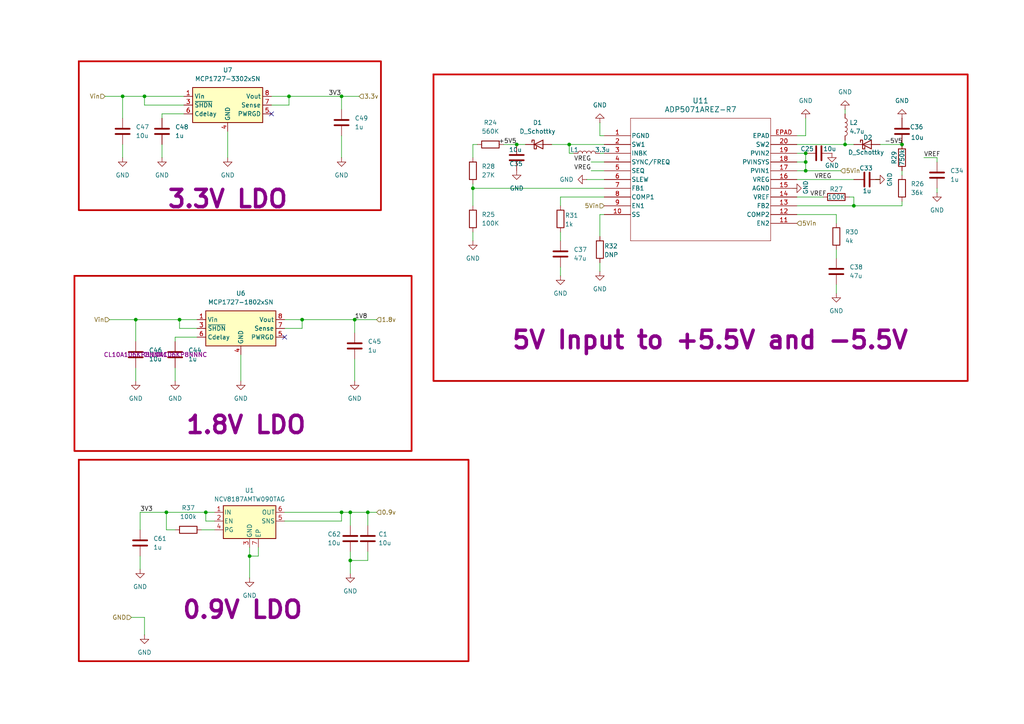
<source format=kicad_sch>
(kicad_sch (version 20250114) (generator "eeschema") (generator_version "9.0")
  (paper "A4")
  (title_block (title "Hi-Fidelity USB DAC Amplifier") (date "2025-11-19") (rev "1.0") (company "Personal Project - Kettering University") (comment 1 "Designed by Dan Abidov & Luke Stirzinger") (comment 2 "Based on XMOS Xu316 and ES9039Q2M"))
  (lib_symbols
    (symbol "ADP5071AREZ-R7:ADP5071AREZ-R7" (pin_names (offset 0.254))
      (property "Reference" "U" (at 27.94 10.16 0))
      (property "Value" "ADP5071AREZ-R7" (at 27.94 7.62 0))
      (symbol "ADP5071AREZ-R7_0_1"
        (polyline (pts (xy 7.62 5.08) (xy 7.62 -30.48)) (stroke (width 0.127)))
        (polyline (pts (xy 7.62 -30.48) (xy 48.26 -30.48)) (stroke (width 0.127)))
        (polyline (pts (xy 48.26 5.08) (xy 7.62 5.08)) (stroke (width 0.127)))
        (polyline (pts (xy 48.26 -30.48) (xy 48.26 5.08)) (stroke (width 0.127)))
        (pin power_out line (at 0 0 0) (length 7.62) (name "PGND") (number "1"))
        (pin bidirectional line (at 0 -2.54 0) (length 7.62) (name "SW1") (number "2"))
        (pin input line (at 0 -5.08 0) (length 7.62) (name "INBK") (number "3"))
        (pin unspecified line (at 0 -7.62 0) (length 7.62) (name "SYNC/FREQ") (number "4"))
        (pin unspecified line (at 0 -10.16 0) (length 7.62) (name "SEQ") (number "5"))
        (pin unspecified line (at 0 -12.7 0) (length 7.62) (name "SLEW") (number "6"))
        (pin bidirectional line (at 0 -15.24 0) (length 7.62) (name "FB1") (number "7"))
        (pin bidirectional line (at 0 -17.78 0) (length 7.62) (name "COMP1") (number "8"))
        (pin bidirectional line (at 0 -20.32 0) (length 7.62) (name "EN1") (number "9"))
        (pin unspecified line (at 0 -22.86 0) (length 7.62) (name "SS") (number "10"))
        (pin unspecified line (at 55.88 0 180) (length 7.62) (name "EPAD") (number "EPAD"))
        (pin bidirectional line (at 55.88 -2.54 180) (length 7.62) (name "SW2") (number "20"))
        (pin input line (at 55.88 -5.08 180) (length 7.62) (name "PVIN2") (number "19"))
        (pin unspecified line (at 55.88 -7.62 180) (length 7.62) (name "PVINSYS") (number "18"))
        (pin input line (at 55.88 -10.16 180) (length 7.62) (name "PVIN1") (number "17"))
        (pin unspecified line (at 55.88 -12.7 180) (length 7.62) (name "VREG") (number "16"))
        (pin power_out line (at 55.88 -15.24 180) (length 7.62) (name "AGND") (number "15"))
        (pin power_in line (at 55.88 -17.78 180) (length 7.62) (name "VREF") (number "14"))
        (pin bidirectional line (at 55.88 -20.32 180) (length 7.62) (name "FB2") (number "13"))
        (pin bidirectional line (at 55.88 -22.86 180) (length 7.62) (name "COMP2") (number "12"))
        (pin bidirectional line (at 55.88 -25.4 180) (length 7.62) (name "EN2") (number "11"))
      )
    )
    (symbol "Device:C" (pin_numbers (hide yes)) (pin_names (offset 0.254))
      (property "Reference" "C" (at 0.635 2.54 0))
      (property "Value" "C" (at 0.635 -2.54 0))
      (symbol "C_0_1"
        (polyline (pts (xy -2.032 0.762) (xy 2.032 0.762)) (stroke (width 0.508)))
        (polyline (pts (xy -2.032 -0.762) (xy 2.032 -0.762)) (stroke (width 0.508)))
      )
      (symbol "C_1_1"
        (pin passive line (at 0 3.81 270) (length 2.794) (name "~") (number "1"))
        (pin passive line (at 0 -3.81 90) (length 2.794) (name "~") (number "2"))
      )
    )
    (symbol "Device:D_Schottky" (pin_numbers (hide yes)) (pin_names (offset 1.016) (hide yes))
      (property "Reference" "D" (at 0 2.54 0))
      (property "Value" "D_Schottky" (at 0 -2.54 0))
      (symbol "D_Schottky_0_1"
        (polyline (pts (xy -1.905 0.635) (xy -1.905 1.27) (xy -1.27 1.27) (xy -1.27 -1.27) (xy -0.635 -1.27) (xy -0.635 -0.635)) (stroke (width 0.254)))
        (polyline (pts (xy 1.27 1.27) (xy 1.27 -1.27) (xy -1.27 0) (xy 1.27 1.27)) (stroke (width 0.254)))
        (polyline (pts (xy 1.27 0) (xy -1.27 0)))
      )
      (symbol "D_Schottky_1_1"
        (pin passive line (at -3.81 0 0) (length 2.54) (name "K") (number "1"))
        (pin passive line (at 3.81 0 180) (length 2.54) (name "A") (number "2"))
      )
    )
    (symbol "Device:L" (pin_numbers (hide yes)) (pin_names (offset 1.016) (hide yes))
      (property "Reference" "L" (at -1.27 0 90))
      (property "Value" "L" (at 1.905 0 90))
      (symbol "L_0_1"
        (arc (start 0 2.54) (mid 0.6323 1.905) (end 0 1.27))
        (arc (start 0 1.27) (mid 0.6323 0.635) (end 0 0))
        (arc (start 0 0) (mid 0.6323 -0.635) (end 0 -1.27))
        (arc (start 0 -1.27) (mid 0.6323 -1.905) (end 0 -2.54))
      )
      (symbol "L_1_1"
        (pin passive line (at 0 3.81 270) (length 1.27) (name "1") (number "1"))
        (pin passive line (at 0 -3.81 90) (length 1.27) (name "2") (number "2"))
      )
    )
    (symbol "Device:R" (pin_numbers (hide yes)) (pin_names (offset 0))
      (property "Reference" "R" (at 2.032 0 90))
      (property "Value" "R" (at 0 0 90))
      (symbol "R_0_1"
        (rectangle (start -1.016 -2.54) (end 1.016 2.54) (stroke (width 0.254)))
      )
      (symbol "R_1_1"
        (pin passive line (at 0 3.81 270) (length 1.27) (name "~") (number "1"))
        (pin passive line (at 0 -3.81 90) (length 1.27) (name "~") (number "2"))
      )
    )
    (symbol "R_5" (pin_numbers (hide yes)) (pin_names (offset 0) (hide yes))
      (property "Reference" "R" (at 2.032 0 90))
      (property "Value" "R" (at 0 0 90))
      (symbol "R_5_0_1"
        (rectangle (start -1.016 -2.54) (end 1.016 2.54) (stroke (width 0.254)))
      )
      (symbol "R_5_1_1"
        (pin passive line (at 0 3.81 270) (length 1.27) (name "~") (number "1"))
        (pin passive line (at 0 -3.81 90) (length 1.27) (name "~") (number "2"))
      )
    )
    (symbol "Regulator_Linear:LP38691SD-5.0" (pin_names (offset 0.254))
      (property "Reference" "U1" (at 0 8.89 0))
      (property "Value" "NCV8187AMTW090TAG" (at 0 6.35 0))
      (symbol "LP38691SD-5.0_0_1"
        (rectangle (start -7.62 4.445) (end 7.62 -5.08) (stroke (width 0.254)) (fill (type background)))
      )
      (symbol "LP38691SD-5.0_1_1"
        (pin power_in line (at -10.16 2.54 0) (length 2.54) (name "IN") (number "1"))
        (pin passive line (at -10.16 2.54 0) (length 2.54) (hide yes) (name "IN") (number "6"))
        (pin input line (at -10.16 0 0) (length 2.54) (name "EN") (number "2"))
        (pin input line (at -10.16 -2.54 0) (length 2.54) (name "PG") (number "4"))
        (pin no_connect line (at -7.62 0 0) (length 2.54) (hide yes) (name "NC") (number "3"))
        (pin power_in line (at 0 -7.62 90) (length 2.54) (name "GND") (number "3"))
        (pin passive line (at 2.54 -7.62 90) (length 2.54) (name "EP") (number "7"))
        (pin power_out line (at 10.16 2.54 180) (length 2.54) (name "OUT") (number "6"))
        (pin input line (at 10.16 0 180) (length 2.54) (name "SNS") (number "5"))
      )
    )
    (symbol "Regulator_Linear:MCP1727-1802xSN"
      (property "Reference" "U" (at -7.62 8.89 0))
      (property "Value" "MCP1727-1802xSN" (at 11.43 8.89 0))
      (symbol "MCP1727-1802xSN_0_0"
        (pin input line (at -12.7 -2.54 0) (length 2.54) (name "Cdelay") (number "6"))
        (pin power_out line (at 12.7 2.54 180) (length 2.54) (name "Vout") (number "8"))
        (pin input line (at 12.7 0 180) (length 2.54) (name "Sense") (number "7"))
        (pin open_collector line (at 12.7 -2.54 180) (length 2.54) (name "PWRGD") (number "5"))
      )
      (symbol "MCP1727-1802xSN_0_1"
        (rectangle (start -10.16 5.08) (end 10.16 -5.08) (stroke (width 0.254)) (fill (type background)))
      )
      (symbol "MCP1727-1802xSN_1_1"
        (pin power_in line (at -12.7 2.54 0) (length 2.54) (name "Vin") (number "1"))
        (pin passive line (at -12.7 2.54 0) (length 2.54) (hide yes) (name "Vin") (number "2"))
        (pin input line (at -12.7 0 0) (length 2.54) (name "~{SHDN}") (number "3"))
        (pin power_in line (at 0 -7.62 90) (length 2.54) (name "GND") (number "4"))
      )
    )
    (symbol "Regulator_Linear:MCP1727-3302xSN"
      (property "Reference" "U" (at -7.62 8.89 0))
      (property "Value" "MCP1727-3302xSN" (at 11.43 8.89 0))
      (symbol "MCP1727-3302xSN_0_0"
        (pin input line (at -12.7 -2.54 0) (length 2.54) (name "Cdelay") (number "6"))
        (pin power_out line (at 12.7 2.54 180) (length 2.54) (name "Vout") (number "8"))
        (pin input line (at 12.7 0 180) (length 2.54) (name "Sense") (number "7"))
        (pin open_collector line (at 12.7 -2.54 180) (length 2.54) (name "PWRGD") (number "5"))
      )
      (symbol "MCP1727-3302xSN_0_1"
        (rectangle (start -10.16 5.08) (end 10.16 -5.08) (stroke (width 0.254)) (fill (type background)))
      )
      (symbol "MCP1727-3302xSN_1_1"
        (pin power_in line (at -12.7 2.54 0) (length 2.54) (name "Vin") (number "1"))
        (pin passive line (at -12.7 2.54 0) (length 2.54) (hide yes) (name "Vin") (number "2"))
        (pin input line (at -12.7 0 0) (length 2.54) (name "~{SHDN}") (number "3"))
        (pin power_in line (at 0 -7.62 90) (length 2.54) (name "GND") (number "4"))
      )
    )
    (symbol "power:GND" (power) (pin_numbers (hide yes)) (pin_names (offset 0) (hide yes))
      (property "Value" "GND" (at 0 -3.81 0))
      (symbol "GND_0_1"
        (polyline (pts (xy 0 0) (xy 0 -1.27) (xy 1.27 -1.27) (xy 0 -2.54) (xy -1.27 -1.27) (xy 0 -1.27)))
      )
      (symbol "GND_1_1"
        (pin power_in line (at 0 0 270) (length 0) (name "~") (number "1"))
      )
    )
  )
  (rectangle (start 21.59 80.01) (end 119.38 130.81) (stroke (width 0.5) (color 194 0 0 1)))
  (rectangle (start 125.73 21.59) (end 280.67 110.49) (stroke (width 0.508) (color 194 0 0 1)))
  (rectangle (start 22.86 17.78) (end 110.49 60.96) (stroke (width 0.5) (color 194 0 0 1)))
  (rectangle (start 22.86 133.35) (end 135.89 191.77) (stroke (width 0.5) (color 194 0 0 1)))
  (text "5V Input to +5.5V and -5.5V\n" (at 205.994 98.806 0) (effects (font (size 5.08 5.08) (thickness 1.016) (bold yes))))
  (text "3.3V LDO" (at 66.04 57.912 0) (effects (font (size 5 5) (thickness 1) (bold yes))))
  (text "1.8V LDO" (at 71.374 123.444 0) (effects (font (size 5 5) (thickness 1) (bold yes))))
  (text "0.9V LDO" (at 70.358 177.038 0) (effects (font (size 5 5) (thickness 1) (bold yes))))
  (junction (at 101.6 148.59))
  (junction (at 149.86 41.91))
  (junction (at 233.68 44.45))
  (junction (at 83.82 27.94))
  (junction (at 48.26 148.59))
  (junction (at 87.63 92.71))
  (junction (at 39.37 92.71))
  (junction (at 247.65 59.69))
  (junction (at 59.69 148.59))
  (junction (at 35.56 27.94))
  (junction (at 102.87 92.71))
  (junction (at 72.39 161.29))
  (junction (at 41.91 27.94))
  (junction (at 101.6 162.56))
  (junction (at 233.68 46.99))
  (junction (at 106.68 148.59))
  (junction (at 245.11 41.91))
  (junction (at 52.07 92.71))
  (junction (at 99.06 27.94))
  (junction (at 165.1 41.91))
  (junction (at 99.06 148.59))
  (junction (at 137.16 54.61))
  (junction (at 261.62 41.91))
  (junction (at 233.68 49.53))
  (no_connect (at 82.55 97.79))
  (no_connect (at 78.74 33.02))
  (wire (pts (xy 50.8 153.67) (xy 48.26 153.67)))
  (wire (pts (xy 173.99 62.23) (xy 173.99 68.58)))
  (wire (pts (xy 247.65 59.69) (xy 261.62 59.69)))
  (wire (pts (xy 101.6 160.02) (xy 101.6 162.56)))
  (wire (pts (xy 233.68 49.53) (xy 233.68 46.99)))
  (wire (pts (xy 160.02 41.91) (xy 165.1 41.91)))
  (wire (pts (xy 83.82 30.48) (xy 83.82 27.94)))
  (wire (pts (xy 254 52.07) (xy 255.27 52.07)))
  (wire (pts (xy 87.63 95.25) (xy 87.63 92.71)))
  (wire (pts (xy 146.05 41.91) (xy 149.86 41.91)))
  (wire (pts (xy 74.93 158.75) (xy 74.93 161.29)))
  (wire (pts (xy 72.39 158.75) (xy 72.39 161.29)))
  (wire (pts (xy 39.37 99.06) (xy 39.37 92.71)))
  (wire (pts (xy 102.87 104.14) (xy 102.87 110.49)))
  (wire (pts (xy 52.07 95.25) (xy 52.07 92.71)))
  (wire (pts (xy 102.87 96.52) (xy 102.87 92.71)))
  (wire (pts (xy 72.39 161.29) (xy 72.39 167.64)))
  (wire (pts (xy 137.16 53.34) (xy 137.16 54.61)))
  (wire (pts (xy 53.34 30.48) (xy 41.91 30.48)))
  (wire (pts (xy 62.23 151.13) (xy 59.69 151.13)))
  (wire (pts (xy 41.91 27.94) (xy 35.56 27.94)))
  (wire (pts (xy 255.27 41.91) (xy 261.62 41.91)))
  (wire (pts (xy 106.68 160.02) (xy 106.68 162.56)))
  (wire (pts (xy 106.68 162.56) (xy 101.6 162.56)))
  (wire (pts (xy 78.74 30.48) (xy 83.82 30.48)))
  (wire (pts (xy 271.78 55.88) (xy 271.78 54.61)))
  (wire (pts (xy 82.55 151.13) (xy 99.06 151.13)))
  (wire (pts (xy 106.68 148.59) (xy 109.22 148.59)))
  (wire (pts (xy 246.38 57.15) (xy 247.65 57.15)))
  (wire (pts (xy 50.8 97.79) (xy 50.8 99.06)))
  (wire (pts (xy 149.86 41.91) (xy 152.4 41.91)))
  (wire (pts (xy 170.18 52.07) (xy 175.26 52.07)))
  (wire (pts (xy 40.64 153.67) (xy 40.64 148.59)))
  (wire (pts (xy 46.99 33.02) (xy 46.99 34.29)))
  (wire (pts (xy 101.6 152.4) (xy 101.6 148.59)))
  (wire (pts (xy 267.97 45.72) (xy 271.78 45.72)))
  (wire (pts (xy 53.34 33.02) (xy 46.99 33.02)))
  (wire (pts (xy 41.91 179.07) (xy 41.91 184.15)))
  (wire (pts (xy 162.56 57.15) (xy 162.56 59.69)))
  (wire (pts (xy 99.06 148.59) (xy 101.6 148.59)))
  (wire (pts (xy 58.42 153.67) (xy 62.23 153.67)))
  (wire (pts (xy 231.14 41.91) (xy 245.11 41.91)))
  (wire (pts (xy 46.99 41.91) (xy 46.99 45.72)))
  (wire (pts (xy 53.34 27.94) (xy 41.91 27.94)))
  (wire (pts (xy 59.69 151.13) (xy 59.69 148.59)))
  (wire (pts (xy 82.55 95.25) (xy 87.63 95.25)))
  (wire (pts (xy 231.14 59.69) (xy 247.65 59.69)))
  (wire (pts (xy 233.68 39.37) (xy 231.14 39.37)))
  (wire (pts (xy 109.22 92.71) (xy 102.87 92.71)))
  (wire (pts (xy 82.55 92.71) (xy 87.63 92.71)))
  (wire (pts (xy 137.16 67.31) (xy 137.16 69.85)))
  (wire (pts (xy 35.56 41.91) (xy 35.56 45.72)))
  (wire (pts (xy 231.14 44.45) (xy 233.68 44.45)))
  (wire (pts (xy 175.26 62.23) (xy 173.99 62.23)))
  (wire (pts (xy 57.15 97.79) (xy 50.8 97.79)))
  (wire (pts (xy 82.55 148.59) (xy 99.06 148.59)))
  (wire (pts (xy 165.1 44.45) (xy 165.1 41.91)))
  (wire (pts (xy 66.04 38.1) (xy 66.04 45.72)))
  (wire (pts (xy 137.16 41.91) (xy 138.43 41.91)))
  (wire (pts (xy 173.99 39.37) (xy 175.26 39.37)))
  (wire (pts (xy 137.16 41.91) (xy 137.16 45.72)))
  (wire (pts (xy 101.6 162.56) (xy 101.6 166.37)))
  (wire (pts (xy 171.45 49.53) (xy 175.26 49.53)))
  (wire (pts (xy 52.07 92.71) (xy 39.37 92.71)))
  (wire (pts (xy 39.37 106.68) (xy 39.37 110.49)))
  (wire (pts (xy 233.68 46.99) (xy 233.68 44.45)))
  (wire (pts (xy 99.06 27.94) (xy 104.14 27.94)))
  (wire (pts (xy 173.99 44.45) (xy 175.26 44.45)))
  (wire (pts (xy 48.26 148.59) (xy 40.64 148.59)))
  (wire (pts (xy 31.75 92.71) (xy 39.37 92.71)))
  (wire (pts (xy 233.68 49.53) (xy 243.84 49.53)))
  (wire (pts (xy 173.99 35.56) (xy 173.99 39.37)))
  (wire (pts (xy 231.14 62.23) (xy 242.57 62.23)))
  (wire (pts (xy 245.11 31.75) (xy 245.11 33.02)))
  (wire (pts (xy 50.8 106.68) (xy 50.8 110.49)))
  (wire (pts (xy 173.99 76.2) (xy 173.99 78.74)))
  (wire (pts (xy 137.16 54.61) (xy 137.16 59.69)))
  (wire (pts (xy 38.1 179.07) (xy 41.91 179.07)))
  (wire (pts (xy 30.48 27.94) (xy 35.56 27.94)))
  (wire (pts (xy 48.26 153.67) (xy 48.26 148.59)))
  (wire (pts (xy 231.14 49.53) (xy 233.68 49.53)))
  (wire (pts (xy 162.56 67.31) (xy 162.56 69.85)))
  (wire (pts (xy 69.85 102.87) (xy 69.85 110.49)))
  (wire (pts (xy 261.62 58.42) (xy 261.62 59.69)))
  (wire (pts (xy 78.74 27.94) (xy 83.82 27.94)))
  (wire (pts (xy 231.14 57.15) (xy 238.76 57.15)))
  (wire (pts (xy 171.45 46.99) (xy 175.26 46.99)))
  (wire (pts (xy 83.82 27.94) (xy 99.06 27.94)))
  (wire (pts (xy 229.87 54.61) (xy 231.14 54.61)))
  (wire (pts (xy 162.56 77.47) (xy 162.56 80.01)))
  (wire (pts (xy 245.11 40.64) (xy 245.11 41.91)))
  (wire (pts (xy 165.1 41.91) (xy 175.26 41.91)))
  (wire (pts (xy 233.68 34.29) (xy 233.68 39.37)))
  (wire (pts (xy 74.93 161.29) (xy 72.39 161.29)))
  (wire (pts (xy 137.16 54.61) (xy 175.26 54.61)))
  (wire (pts (xy 106.68 152.4) (xy 106.68 148.59)))
  (wire (pts (xy 59.69 148.59) (xy 48.26 148.59)))
  (wire (pts (xy 247.65 57.15) (xy 247.65 59.69)))
  (wire (pts (xy 41.91 30.48) (xy 41.91 27.94)))
  (wire (pts (xy 62.23 148.59) (xy 59.69 148.59)))
  (wire (pts (xy 175.26 57.15) (xy 162.56 57.15)))
  (wire (pts (xy 242.57 72.39) (xy 242.57 74.93)))
  (wire (pts (xy 261.62 49.53) (xy 261.62 50.8)))
  (wire (pts (xy 40.64 161.29) (xy 40.64 165.1)))
  (wire (pts (xy 57.15 92.71) (xy 52.07 92.71)))
  (wire (pts (xy 166.37 44.45) (xy 165.1 44.45)))
  (wire (pts (xy 242.57 62.23) (xy 242.57 64.77)))
  (wire (pts (xy 99.06 151.13) (xy 99.06 148.59)))
  (wire (pts (xy 35.56 34.29) (xy 35.56 27.94)))
  (wire (pts (xy 245.11 41.91) (xy 247.65 41.91)))
  (wire (pts (xy 271.78 46.99) (xy 271.78 45.72)))
  (wire (pts (xy 231.14 46.99) (xy 233.68 46.99)))
  (wire (pts (xy 231.14 52.07) (xy 247.65 52.07)))
  (wire (pts (xy 57.15 95.25) (xy 52.07 95.25)))
  (wire (pts (xy 99.06 31.75) (xy 99.06 27.94)))
  (wire (pts (xy 99.06 39.37) (xy 99.06 45.72)))
  (wire (pts (xy 87.63 92.71) (xy 102.87 92.71)))
  (wire (pts (xy 242.57 82.55) (xy 242.57 85.09)))
  (wire (pts (xy 101.6 148.59) (xy 106.68 148.59)))
  (label "+5V5" (at 149.86 41.91 180))
  (label "3V3" (at 40.64 148.59 0))
  (label "VREG" (at 236.22 52.07 0))
  (label "1V8" (at 102.87 92.71 0))
  (label "VREG" (at 171.45 46.99 180))
  (label "3V3" (at 95.25 27.94 0))
  (label "VREG" (at 171.45 49.53 180))
  (label "VREF" (at 267.97 45.72 0))
  (label "VREF" (at 234.95 57.15 0))
  (label "-5V5" (at 256.54 41.91 0))
  (hierarchical_label "GND" (shape input) (at 38.1 179.07 180))
  (hierarchical_label "Vin" (shape input) (at 31.75 92.71 180))
  (hierarchical_label "5Vin" (shape input) (at 231.14 64.77 0))
  (hierarchical_label "0.9v" (shape input) (at 109.22 148.59 0))
  (hierarchical_label "5Vin" (shape input) (at 175.26 59.69 180))
  (hierarchical_label "Vin" (shape input) (at 30.48 27.94 180))
  (hierarchical_label "5Vin" (shape input) (at 243.84 49.53 0))
  (hierarchical_label "1.8v" (shape input) (at 109.22 92.71 0))
  (hierarchical_label "3.3v" (shape input) (at 104.14 27.94 0))
  (symbol (lib_id "Device:C") (at 162.56 73.66 0) (unit 1)
    (property "Reference" "C37" (at 166.37 72.3899 0) (effects (justify left)))
    (property "Value" "47u" (at 166.37 74.9299 0) (effects (justify left)))
    (property "Footprint" "Capacitor_SMD:C_0603_1608Metric_Pad1.08x0.95mm_HandSolder" (effects (hide yes)))
    (property "Description" "Unpolarized capacitor" (effects (hide yes)))
    (property "CUI_PURCHASE_URL" "https://www.digikey.com/en/products/detail/murata-electronics/GRM188R60J476ME15D/5877410" (effects (hide yes)))
    (property "Mouser Part Number" "GRM188R60J476ME15D" (effects (hide yes)))
  )
  (symbol (lib_id "power:GND") (at 66.04 45.72 0) (unit 1)
    (property "Reference" "#PWR054" (effects (hide yes)))
    (property "Value" "GND" (at 66.04 50.8 0))
    (property "Description" "Power symbol creates a global label with name \"GND\" , ground" (effects (hide yes)))
  )
  (symbol (lib_id "Device:C") (at 237.49 44.45 270) (unit 1)
    (property "Reference" "C25" (at 232.156 43.18 90) (effects (justify left)))
    (property "Value" "10u" (at 238.76 43.18 90) (effects (justify left)))
    (property "Footprint" "Capacitor_SMD:C_0603_1608Metric_Pad1.08x0.95mm_HandSolder" (effects (hide yes)))
    (property "Description" "Unpolarized capacitor" (effects (hide yes)))
    (property "CUI_PURCHASE_URL" "https://www.digikey.com/en/products/detail/samsung-electro-mechanics/CL10A106KP8NNNC/3886850" (effects (hide yes)))
    (property "Mouser Part Number" "CL10A106KP8NNNC" (effects (hide yes)))
  )
  (symbol (lib_id "power:GND") (at 170.18 52.07 270) (unit 1)
    (property "Reference" "#PWR046" (effects (hide yes)))
    (property "Value" "GND" (at 166.37 52.0699 90) (effects (justify right)))
    (property "Description" "Power symbol creates a global label with name \"GND\" , ground" (effects (hide yes)))
  )
  (symbol (lib_id "Device:R") (at 162.56 63.5 0) (unit 1)
    (property "Reference" "R31" (at 163.83 62.484 0) (effects (justify left)))
    (property "Value" "1k" (at 163.83 65.024 0) (effects (justify left)))
    (property "Footprint" "Resistor_SMD:R_0805_2012Metric_Pad1.20x1.40mm_HandSolder" (effects (hide yes)))
    (property "Description" "Resistor" (effects (hide yes)))
    (property "CUI_PURCHASE_URL" "(In Stock)" (effects (hide yes)))
  )
  (symbol (lib_id "Device:R") (at 242.57 57.15 90) (unit 1)
    (property "Reference" "R27" (at 242.57 54.864 90))
    (property "Value" "100K" (at 242.57 57.15 90))
    (property "Footprint" "Resistor_SMD:R_0805_2012Metric_Pad1.20x1.40mm_HandSolder" (effects (hide yes)))
    (property "Description" "Resistor" (effects (hide yes)))
    (property "CUI_PURCHASE_URL" "(In Stock)" (effects (hide yes)))
  )
  (symbol (lib_id "power:GND") (at 41.91 184.15 0) (unit 1)
    (property "Reference" "#PWR079" (effects (hide yes)))
    (property "Value" "GND" (at 41.91 189.23 0))
    (property "Description" "Power symbol creates a global label with name \"GND\" , ground" (effects (hide yes)))
  )
  (symbol (lib_id "Device:C") (at 46.99 38.1 0) (unit 1)
    (property "Reference" "C48" (at 50.8 36.8299 0) (effects (justify left)))
    (property "Value" "1u" (at 50.8 39.3699 0) (effects (justify left)))
    (property "Footprint" "Capacitor_SMD:C_0603_1608Metric" (effects (hide yes)))
    (property "Description" "Unpolarized capacitor" (effects (hide yes)))
    (property "CUI_PURCHASE_URL" "https://www.digikey.com/en/products/detail/samsung-electro-mechanics/CL10A106KP8NNNC/3886850" (effects (hide yes)))
    (property "Mouser Part Number" "CL10A106KP8NNNC" (effects (hide yes)))
  )
  (symbol (lib_id "power:GND") (at 99.06 45.72 0) (unit 1)
    (property "Reference" "#PWR055" (effects (hide yes)))
    (property "Value" "GND" (at 99.06 50.8 0))
    (property "Description" "Power symbol creates a global label with name \"GND\" , ground" (effects (hide yes)))
  )
  (symbol (lib_id "power:GND") (at 46.99 45.72 0) (unit 1)
    (property "Reference" "#PWR053" (effects (hide yes)))
    (property "Value" "GND" (at 46.99 50.8 0))
    (property "Description" "Power symbol creates a global label with name \"GND\" , ground" (effects (hide yes)))
  )
  (symbol (lib_id "ADP5071AREZ-R7:ADP5071AREZ-R7") (at 175.26 39.37 0) (unit 1)
    (property "Reference" "U11" (at 203.2 29.21 0) (effects (font (size 1.524 1.524))))
    (property "Value" "ADP5071AREZ-R7" (at 203.2 31.75 0) (effects (font (size 1.524 1.524))))
    (property "Footprint" "ADP5071:RE-20-1_ADI" (effects (hide yes)))
    (property "Datasheet" "https://www.analog.com/media/en/technical-documentation/data-sheets/ADP5071.pdf" (effects (hide yes)))
    (property "CUI_PURCHASE_URL" "(In Stock)" (effects (hide yes)))
  )
  (symbol (lib_id "Device:C") (at 149.86 45.72 180) (unit 1)
    (property "Reference" "C35" (at 151.638 47.498 0) (effects (justify left)))
    (property "Value" "10u" (at 151.384 43.434 0) (effects (justify left)))
    (property "Footprint" "Capacitor_SMD:C_0603_1608Metric_Pad1.08x0.95mm_HandSolder" (effects (hide yes)))
    (property "Description" "Unpolarized capacitor" (effects (hide yes)))
    (property "CUI_PURCHASE_URL" "https://www.digikey.com/en/products/detail/samsung-electro-mechanics/CL10A106KP8NNNC/3886850" (effects (hide yes)))
    (property "Mouser Part Number" "CL10A106KP8NNNC" (effects (hide yes)))
  )
  (symbol (lib_id "Regulator_Linear:MCP1727-3302xSN") (at 66.04 30.48 0) (unit 1)
    (property "Reference" "U7" (at 66.04 20.32 0))
    (property "Value" "MCP1727-3302xSN" (at 66.04 22.86 0))
    (property "Footprint" "Package_SO:SOIC-8_3.9x4.9mm_P1.27mm" (effects (hide yes)))
    (property "Datasheet" "https://ww1.microchip.com/downloads/aemtest/APID/ProductDocuments/DataSheets/MCP1727-1.5A-Low-Voltage-Low-Quiescent-Current-LDO-Regulator-20001999D.pdf" (effects (hide yes)))
    (property "Description" "1.5A, Low Voltage, Low Quiescent Current LDO Regulator, 2.3 - 6V Input, Fixed 3.3V Output, 330mV Dropout, SOIC-8" (effects (hide yes)))
  )
  (symbol (lib_id "Device:C") (at 251.46 52.07 90) (unit 1)
    (property "Reference" "C33" (at 251.206 48.768 90))
    (property "Value" "1u" (at 251.46 55.372 90))
    (property "Footprint" "Capacitor_SMD:C_0603_1608Metric_Pad1.08x0.95mm_HandSolder" (effects (hide yes)))
    (property "Description" "Unpolarized capacitor" (effects (hide yes)))
    (property "CUI_PURCHASE_URL" "https://www.digikey.com/en/products/detail/samsung-electro-mechanics/CL10A106KP8NNNC/3886850" (effects (hide yes)))
    (property "Mouser Part Number" "CL10A106KP8NNNC" (effects (hide yes)))
  )
  (symbol (lib_id "Device:C") (at 242.57 78.74 0) (unit 1)
    (property "Reference" "C38" (at 246.38 77.4699 0) (effects (justify left)))
    (property "Value" "47u" (at 246.38 80.0099 0) (effects (justify left)))
    (property "Footprint" "Capacitor_SMD:C_0603_1608Metric_Pad1.08x0.95mm_HandSolder" (effects (hide yes)))
    (property "Description" "Unpolarized capacitor" (effects (hide yes)))
    (property "CUI_PURCHASE_URL" "https://www.digikey.com/en/products/detail/murata-electronics/GRM188R60J476ME15D/5877410" (effects (hide yes)))
    (property "Mouser Part Number" "GRM188R60J476ME15D" (effects (hide yes)))
  )
  (symbol (lib_id "power:GND") (at 72.39 167.64 0) (unit 1)
    (property "Reference" "#PWR078" (effects (hide yes)))
    (property "Value" "GND" (at 72.39 172.72 0))
    (property "Description" "Power symbol creates a global label with name \"GND\" , ground" (effects (hide yes)))
  )
  (symbol (lib_id "Device:C") (at 106.68 156.21 0) (unit 1)
    (property "Reference" "C1" (at 109.728 154.94 0) (effects (justify left)))
    (property "Value" "10u" (at 109.728 157.48 0) (effects (justify left)))
    (property "Footprint" "Capacitor_SMD:C_0603_1608Metric" (effects (hide yes)))
    (property "Description" "Unpolarized capacitor" (effects (hide yes)))
    (property "CUI_PURCHASE_URL" "https://www.digikey.com/en/products/detail/samsung-electro-mechanics/CL10A106KP8NNNC/3886850" (effects (hide yes)))
    (property "Mouser Part Number" "CL10A106KP8NNNC" (effects (hide yes)))
  )
  (symbol (lib_id "Device:L") (at 170.18 44.45 90) (unit 1)
    (property "Reference" "L1" (at 166.624 43.434 90))
    (property "Value" "3.3u" (at 174.752 43.434 90))
    (property "Footprint" "Inductor_SMD:L_0805_2012Metric" (effects (hide yes)))
    (property "Description" "Inductor" (effects (hide yes)))
    (property "CUI_PURCHASE_URL" "https://www.digikey.com/en/products/detail/tdk-corporation/MLZ2012N3R3LT000/2523497" (effects (hide yes)))
    (property "Mouser Part Number" "MLZ2012N3R3LT000" (effects (hide yes)))
  )
  (symbol (lib_id "power:GND") (at 69.85 110.49 0) (unit 1)
    (property "Reference" "#PWR048" (effects (hide yes)))
    (property "Value" "GND" (at 69.85 115.57 0))
    (property "Description" "Power symbol creates a global label with name \"GND\" , ground" (effects (hide yes)))
  )
  (symbol (lib_id "Device:C") (at 271.78 50.8 0) (unit 1)
    (property "Reference" "C34" (at 275.59 49.5299 0) (effects (justify left)))
    (property "Value" "1u" (at 275.59 52.0699 0) (effects (justify left)))
    (property "Footprint" "Capacitor_SMD:C_0603_1608Metric_Pad1.08x0.95mm_HandSolder" (effects (hide yes)))
    (property "Description" "Unpolarized capacitor" (effects (hide yes)))
    (property "CUI_PURCHASE_URL" "https://www.digikey.com/en/products/detail/samsung-electro-mechanics/CL10A106KP8NNNC/3886850" (effects (hide yes)))
    (property "Mouser Part Number" "CL10A106KP8NNNC" (effects (hide yes)))
  )
  (symbol (lib_id "power:GND") (at 254 52.07 90) (unit 1)
    (property "Reference" "#PWR039" (effects (hide yes)))
    (property "Value" "GND" (at 258.064 52.07 0))
    (property "Description" "Power symbol creates a global label with name \"GND\" , ground" (effects (hide yes)))
  )
  (symbol (lib_id "power:GND") (at 39.37 110.49 0) (unit 1)
    (property "Reference" "#PWR051" (effects (hide yes)))
    (property "Value" "GND" (at 39.37 115.57 0))
    (property "Description" "Power symbol creates a global label with name \"GND\" , ground" (effects (hide yes)))
  )
  (symbol (lib_id "Device:R") (at 137.16 63.5 0) (unit 1)
    (property "Reference" "R25" (at 139.7 62.2299 0) (effects (justify left)))
    (property "Value" "100K" (at 139.7 64.7699 0) (effects (justify left)))
    (property "Footprint" "Resistor_SMD:R_0805_2012Metric_Pad1.20x1.40mm_HandSolder" (effects (hide yes)))
    (property "Description" "Resistor" (effects (hide yes)))
    (property "CUI_PURCHASE_URL" "(In Stock)" (effects (hide yes)))
  )
  (symbol (lib_id "Device:C") (at 99.06 35.56 0) (unit 1)
    (property "Reference" "C49" (at 102.87 34.2899 0) (effects (justify left)))
    (property "Value" "1u" (at 102.87 36.8299 0) (effects (justify left)))
    (property "Footprint" "Capacitor_SMD:C_0603_1608Metric" (effects (hide yes)))
    (property "Description" "Unpolarized capacitor" (effects (hide yes)))
    (property "CUI_PURCHASE_URL" "https://www.digikey.com/en/products/detail/samsung-electro-mechanics/CL10A106KP8NNNC/3886850" (effects (hide yes)))
    (property "Mouser Part Number" "CL10A106KP8NNNC" (effects (hide yes)))
  )
  (symbol (lib_id "power:GND") (at 102.87 110.49 0) (unit 1)
    (property "Reference" "#PWR049" (effects (hide yes)))
    (property "Value" "GND" (at 102.87 115.57 0))
    (property "Description" "Power symbol creates a global label with name \"GND\" , ground" (effects (hide yes)))
  )
  (symbol (lib_id "power:GND") (at 261.62 34.29 180) (unit 1)
    (property "Reference" "#PWR043" (effects (hide yes)))
    (property "Value" "GND" (at 261.62 29.21 0))
    (property "Description" "Power symbol creates a global label with name \"GND\" , ground" (effects (hide yes)))
  )
  (symbol (lib_id "power:GND") (at 173.99 35.56 180) (unit 1)
    (property "Reference" "#PWR036" (effects (hide yes)))
    (property "Value" "GND" (at 173.99 30.48 0))
    (property "Description" "Power symbol creates a global label with name \"GND\" , ground" (effects (hide yes)))
  )
  (symbol (lib_id "Device:C") (at 261.62 38.1 0) (unit 1)
    (property "Reference" "C36" (at 263.906 36.83 0) (effects (justify left)))
    (property "Value" "10u" (at 264.16 39.878 0) (effects (justify left)))
    (property "Footprint" "Capacitor_SMD:C_0603_1608Metric_Pad1.08x0.95mm_HandSolder" (effects (hide yes)))
    (property "Description" "Unpolarized capacitor" (effects (hide yes)))
    (property "CUI_PURCHASE_URL" "https://www.digikey.com/en/products/detail/samsung-electro-mechanics/CL10A106KP8NNNC/3886850" (effects (hide yes)))
    (property "Mouser Part Number" "CL10A106KP8NNNC" (effects (hide yes)))
  )
  (symbol (lib_id "power:GND") (at 229.87 54.61 90) (unit 1)
    (property "Reference" "#PWR041" (effects (hide yes)))
    (property "Value" "GND" (at 233.68 54.356 0))
    (property "Description" "Power symbol creates a global label with name \"GND\" , ground" (effects (hide yes)))
  )
  (symbol (lib_id "power:GND") (at 162.56 80.01 0) (unit 1)
    (property "Reference" "#PWR044" (effects (hide yes)))
    (property "Value" "GND" (at 162.56 85.09 0))
    (property "Description" "Power symbol creates a global label with name \"GND\" , ground" (effects (hide yes)))
  )
  (symbol (lib_id "power:GND") (at 137.16 69.85 0) (unit 1)
    (property "Reference" "#PWR035" (effects (hide yes)))
    (property "Value" "GND" (at 137.16 74.93 0))
    (property "Description" "Power symbol creates a global label with name \"GND\" , ground" (effects (hide yes)))
  )
  (symbol (lib_id "Device:R") (at 261.62 45.72 0) (unit 1)
    (property "Reference" "R29" (at 259.334 45.72 90))
    (property "Value" "750k" (at 261.62 45.72 90))
    (property "Footprint" "Resistor_SMD:R_0805_2012Metric_Pad1.20x1.40mm_HandSolder" (effects (hide yes)))
    (property "Description" "Resistor" (effects (hide yes)))
    (property "CUI_PURCHASE_URL" "https://www.digikey.com/en/products/detail/yageo/RC0805FR-07750KL/728135" (effects (hide yes)))
    (property "Mouser Part Number" "RC0805FR-07750KL" (effects (hide yes)))
  )
  (symbol (lib_id "power:GND") (at 242.57 85.09 0) (unit 1)
    (property "Reference" "#PWR045" (effects (hide yes)))
    (property "Value" "GND" (at 242.57 90.17 0))
    (property "Description" "Power symbol creates a global label with name \"GND\" , ground" (effects (hide yes)))
  )
  (symbol (lib_id "power:GND") (at 271.78 55.88 0) (unit 1)
    (property "Reference" "#PWR038" (effects (hide yes)))
    (property "Value" "GND" (at 271.78 60.96 0))
    (property "Description" "Power symbol creates a global label with name \"GND\" , ground" (effects (hide yes)))
  )
  (symbol (lib_id "power:GND") (at 149.86 49.53 0) (unit 1)
    (property "Reference" "#PWR042" (effects (hide yes)))
    (property "Value" "GND" (at 149.86 54.61 0))
    (property "Description" "Power symbol creates a global label with name \"GND\" , ground" (effects (hide yes)))
  )
  (symbol (lib_id "power:GND") (at 233.68 34.29 180) (unit 1)
    (property "Reference" "#PWR037" (effects (hide yes)))
    (property "Value" "GND" (at 233.68 29.21 0))
    (property "Description" "Power symbol creates a global label with name \"GND\" , ground" (effects (hide yes)))
  )
  (symbol (lib_id "power:GND") (at 101.6 166.37 0) (unit 1)
    (property "Reference" "#PWR077" (effects (hide yes)))
    (property "Value" "GND" (at 101.6 171.45 0))
    (property "Description" "Power symbol creates a global label with name \"GND\" , ground" (effects (hide yes)))
  )
  (symbol (lib_id "Device:R") (at 242.57 68.58 0) (unit 1)
    (property "Reference" "R30" (at 245.11 67.3099 0) (effects (justify left)))
    (property "Value" "4k" (at 245.11 69.8499 0) (effects (justify left)))
    (property "Footprint" "Resistor_SMD:R_0805_2012Metric_Pad1.20x1.40mm_HandSolder" (effects (hide yes)))
    (property "Description" "Resistor" (effects (hide yes)))
    (property "CUI_PURCHASE_URL" "https://www.digikey.com/en/products/detail/yageo/RC0805FR-074K02L/727907" (effects (hide yes)))
    (property "Mouser Part Number" "RC0805FR-074K02L" (effects (hide yes)))
  )
  (symbol (lib_id "Device:C") (at 35.56 38.1 0) (unit 1)
    (property "Reference" "C47" (at 39.37 36.8299 0) (effects (justify left)))
    (property "Value" "10u" (at 39.37 39.3699 0) (effects (justify left)))
    (property "Footprint" "Capacitor_SMD:C_0603_1608Metric" (effects (hide yes)))
    (property "Description" "Unpolarized capacitor" (effects (hide yes)))
    (property "CUI_PURCHASE_URL" "https://www.digikey.com/en/products/detail/samsung-electro-mechanics/CL10A106KP8NNNC/3886850" (effects (hide yes)))
    (property "Mouser Part Number" "CL10A106KP8NNNC" (effects (hide yes)))
  )
  (symbol (lib_id "Device:D_Schottky") (at 156.21 41.91 0) (unit 1)
    (property "Reference" "D1" (at 155.8925 35.56 0))
    (property "Value" "D_Schottky" (at 155.8925 38.1 0))
    (property "Footprint" "Capacitor_SMD:C_0603_1608Metric_Pad1.08x0.95mm_HandSolder" (effects (hide yes)))
    (property "Description" "Schottky diode" (effects (hide yes)))
  )
  (symbol (lib_id "Device:R") (at 137.16 49.53 0) (unit 1)
    (property "Reference" "R28" (at 139.7 48.2599 0) (effects (justify left)))
    (property "Value" "27K" (at 139.7 50.7999 0) (effects (justify left)))
    (property "Footprint" "Resistor_SMD:R_0805_2012Metric_Pad1.20x1.40mm_HandSolder" (effects (hide yes)))
    (property "Description" "Resistor" (effects (hide yes)))
    (property "CUI_PURCHASE_URL" "https://www.digikey.com/en/products/detail/yageo/RC0805FR-0727KL/727780" (effects (hide yes)))
    (property "Mouser Part Number" "RC0805FR-0727KL" (effects (hide yes)))
  )
  (symbol (lib_id "power:GND") (at 241.3 44.45 0) (unit 1)
    (property "Reference" "#PWR031" (effects (hide yes)))
    (property "Value" "GND" (at 241.3 48.006 0))
    (property "Description" "Power symbol creates a global label with name \"GND\" , ground" (effects (hide yes)))
  )
  (symbol (lib_id "Device:C") (at 102.87 100.33 0) (unit 1)
    (property "Reference" "C45" (at 106.68 99.0599 0) (effects (justify left)))
    (property "Value" "1u" (at 106.68 101.5999 0) (effects (justify left)))
    (property "Footprint" "Capacitor_SMD:C_0603_1608Metric" (effects (hide yes)))
    (property "Description" "Unpolarized capacitor" (effects (hide yes)))
    (property "CUI_PURCHASE_URL" "https://www.digikey.com/en/products/detail/samsung-electro-mechanics/CL10A106KP8NNNC/3886850" (effects (hide yes)))
    (property "Mouser Part Number" "CL10A106KP8NNNC" (effects (hide yes)))
  )
  (symbol (lib_id "Device:C") (at 101.6 156.21 0) (unit 1)
    (property "Reference" "C62" (at 94.996 154.94 0) (effects (justify left)))
    (property "Value" "10u" (at 94.996 157.48 0) (effects (justify left)))
    (property "Footprint" "Capacitor_SMD:C_0603_1608Metric" (effects (hide yes)))
    (property "Description" "Unpolarized capacitor" (effects (hide yes)))
    (property "CUI_PURCHASE_URL" "https://www.digikey.com/en/products/detail/samsung-electro-mechanics/CL10A106KP8NNNC/3886850" (effects (hide yes)))
    (property "Mouser Part Number" "CL10A106KP8NNNC" (effects (hide yes)))
  )
  (symbol (lib_id "Device:C") (at 39.37 102.87 0) (unit 1)
    (property "Reference" "C46" (at 43.18 101.5999 0) (effects (justify left)))
    (property "Value" "10u" (at 43.18 104.1399 0) (effects (justify left)))
    (property "Footprint" "Capacitor_SMD:C_0603_1608Metric" (effects (hide yes)))
    (property "Description" "Unpolarized capacitor" (effects (hide yes)))
    (property "CUI_PURCHASE_URL" "https://www.digikey.com/en/products/detail/samsung-electro-mechanics/CL10A106KP8NNNC/3886850" (effects (hide yes)))
    (property "Mouser Part Number" "CL10A106KP8NNNC" (at 39.37 102.87 0))
  )
  (symbol (lib_id "Device:R") (at 173.99 72.39 0) (unit 1)
    (property "Reference" "R32" (at 175.26 71.374 0) (effects (justify left)))
    (property "Value" "DNP" (at 175.26 73.914 0) (effects (justify left)))
    (property "Footprint" "Resistor_SMD:R_0805_2012Metric_Pad1.20x1.40mm_HandSolder" (effects (hide yes)))
    (property "Description" "Resistor" (effects (hide yes)))
  )
  (symbol (lib_id "Regulator_Linear:MCP1727-1802xSN") (at 69.85 95.25 0) (unit 1)
    (property "Reference" "U6" (at 69.85 85.09 0))
    (property "Value" "MCP1727-1802xSN" (at 69.85 87.63 0))
    (property "Footprint" "Package_SO:SOIC-8_3.9x4.9mm_P1.27mm" (effects (hide yes)))
    (property "Datasheet" "https://ww1.microchip.com/downloads/aemtest/APID/ProductDocuments/DataSheets/MCP1727-1.5A-Low-Voltage-Low-Quiescent-Current-LDO-Regulator-20001999D.pdf" (effects (hide yes)))
    (property "Description" "1.5A, Low Voltage, Low Quiescent Current LDO Regulator, 2.3 - 6V Input, Fixed 1.8V Output, 330mV Dropout, SOIC-8" (effects (hide yes)))
  )
  (symbol (lib_name "R_5") (lib_id "Device:R") (at 54.61 153.67 90) (unit 1)
    (property "Reference" "R37" (at 54.61 147.32 90))
    (property "Value" "100k" (at 54.61 149.86 90))
    (property "Footprint" "Resistor_SMD:R_0805_2012Metric_Pad1.20x1.40mm_HandSolder" (effects (hide yes)))
    (property "Description" "Resistor" (effects (hide yes)))
    (property "CUI_PURCHASE_URL" "(In Stock)" (effects (hide yes)))
  )
  (symbol (lib_id "power:GND") (at 35.56 45.72 0) (unit 1)
    (property "Reference" "#PWR052" (effects (hide yes)))
    (property "Value" "GND" (at 35.56 50.8 0))
    (property "Description" "Power symbol creates a global label with name \"GND\" , ground" (effects (hide yes)))
  )
  (symbol (lib_id "Regulator_Linear:LP38691SD-5.0") (at 72.39 151.13 0) (unit 1)
    (property "Reference" "U1" (at 72.39 142.24 0))
    (property "Value" "NCV8187AMTW090TAG" (at 72.39 144.78 0))
    (property "Footprint" "NCV8187AMTW090TAG:SON65P200X200X80-7N" (effects (hide yes)))
    (property "Datasheet" "https://www.onsemi.com/pdf/datasheet/ncv8187-d.pdf" (effects (hide yes)))
    (property "Description" "500-mA Low-Dropout CMOS Linear Regulators Stable With Ceramic Output Capacitors, 5.0V output voltage, WSON-6" (effects (hide yes)))
    (property "CUI_PURCHASE_URL" "https://www.digikey.com/en/products/detail/onsemi/NCV8187AMTW090TAG/15860578" (effects (hide yes)))
    (property "Mouser Part Number" "NCV8187AMTW090TAG" (effects (hide yes)))
  )
  (symbol (lib_id "Device:C") (at 50.8 102.87 0) (unit 1)
    (property "Reference" "C44" (at 54.61 101.5999 0) (effects (justify left)))
    (property "Value" "1u" (at 54.61 104.1399 0) (effects (justify left)))
    (property "Footprint" "Capacitor_SMD:C_0603_1608Metric" (effects (hide yes)))
    (property "Description" "Unpolarized capacitor" (effects (hide yes)))
    (property "CUI_PURCHASE_URL" "https://www.digikey.com/en/products/detail/samsung-electro-mechanics/CL10A106KP8NNNC/3886850" (effects (hide yes)))
    (property "Mouser Part Number" "CL10A106KP8NNNC" (at 50.8 102.87 0))
  )
  (symbol (lib_id "Device:R") (at 261.62 54.61 0) (unit 1)
    (property "Reference" "R26" (at 264.16 53.3399 0) (effects (justify left)))
    (property "Value" "36k" (at 264.16 55.8799 0) (effects (justify left)))
    (property "Footprint" "Resistor_SMD:R_0805_2012Metric_Pad1.20x1.40mm_HandSolder" (effects (hide yes)))
    (property "Description" "Resistor" (effects (hide yes)))
    (property "CUI_PURCHASE_URL" "https://www.digikey.com/en/products/detail/yageo/RC0805FR-0736KL/727883" (effects (hide yes)))
    (property "Mouser Part Number" "https://www.digikey.com/en/products/detail/yageo/RC0805FR-0736KL/727883" (effects (hide yes)))
  )
  (symbol (lib_id "power:GND") (at 245.11 31.75 180) (unit 1)
    (property "Reference" "#PWR040" (effects (hide yes)))
    (property "Value" "GND" (at 245.11 26.67 0))
    (property "Description" "Power symbol creates a global label with name \"GND\" , ground" (effects (hide yes)))
  )
  (symbol (lib_id "Device:R") (at 142.24 41.91 270) (unit 1)
    (property "Reference" "R24" (at 142.24 35.56 90))
    (property "Value" "560K" (at 142.24 38.1 90))
    (property "Footprint" "Resistor_SMD:R_0805_2012Metric_Pad1.20x1.40mm_HandSolder" (effects (hide yes)))
    (property "Description" "Resistor" (effects (hide yes)))
    (property "CUI_PURCHASE_URL" "https://www.digikey.com/en/products/detail/yageo/RC0805FR-07560KL/728037" (effects (hide yes)))
    (property "Mouser Part Number" "RC0805FR-07560KL" (effects (hide yes)))
  )
  (symbol (lib_id "power:GND") (at 173.99 78.74 0) (unit 1)
    (property "Reference" "#PWR047" (effects (hide yes)))
    (property "Value" "GND" (at 173.99 83.82 0))
    (property "Description" "Power symbol creates a global label with name \"GND\" , ground" (effects (hide yes)))
  )
  (symbol (lib_id "Device:L") (at 245.11 36.83 0) (unit 1)
    (property "Reference" "L2" (at 246.38 35.5599 0) (effects (justify left)))
    (property "Value" "4.7u" (at 246.38 38.0999 0) (effects (justify left)))
    (property "Footprint" "Inductor_SMD:L_0805_2012Metric" (effects (hide yes)))
    (property "Description" "Inductor" (effects (hide yes)))
    (property "CUI_PURCHASE_URL" "https://www.digikey.com/en/products/detail/tdk-corporation/MLZ2012N4R7LT000/2523498" (effects (hide yes)))
    (property "Mouser Part Number" "MLZ2012N4R7LT000" (effects (hide yes)))
  )
  (symbol (lib_id "Device:D_Schottky") (at 251.46 41.91 0) (unit 1)
    (property "Reference" "D2" (at 251.714 39.878 0))
    (property "Value" "D_Schottky" (at 251.206 44.196 0))
    (property "Footprint" "Capacitor_SMD:C_0603_1608Metric_Pad1.08x0.95mm_HandSolder" (effects (hide yes)))
    (property "Description" "Schottky diode" (effects (hide yes)))
  )
  (symbol (lib_id "Device:C") (at 40.64 157.48 0) (unit 1)
    (property "Reference" "C61" (at 44.45 156.2099 0) (effects (justify left)))
    (property "Value" "1u" (at 44.45 158.7499 0) (effects (justify left)))
    (property "Footprint" "Capacitor_SMD:C_0603_1608Metric" (effects (hide yes)))
    (property "Description" "Unpolarized capacitor" (effects (hide yes)))
    (property "CUI_PURCHASE_URL" "https://www.digikey.com/en/products/detail/samsung-electro-mechanics/CL10A106KP8NNNC/3886850" (effects (hide yes)))
    (property "Mouser Part Number" "CL10A106KP8NNNC" (effects (hide yes)))
  )
  (symbol (lib_id "power:GND") (at 40.64 165.1 0) (unit 1)
    (property "Reference" "#PWR075" (effects (hide yes)))
    (property "Value" "GND" (at 40.64 170.18 0))
    (property "Description" "Power symbol creates a global label with name \"GND\" , ground" (effects (hide yes)))
  )
  (symbol (lib_id "power:GND") (at 50.8 110.49 0) (unit 1)
    (property "Reference" "#PWR050" (effects (hide yes)))
    (property "Value" "GND" (at 50.8 115.57 0))
    (property "Description" "Power symbol creates a global label with name \"GND\" , ground" (effects (hide yes)))
  )
)
</source>
